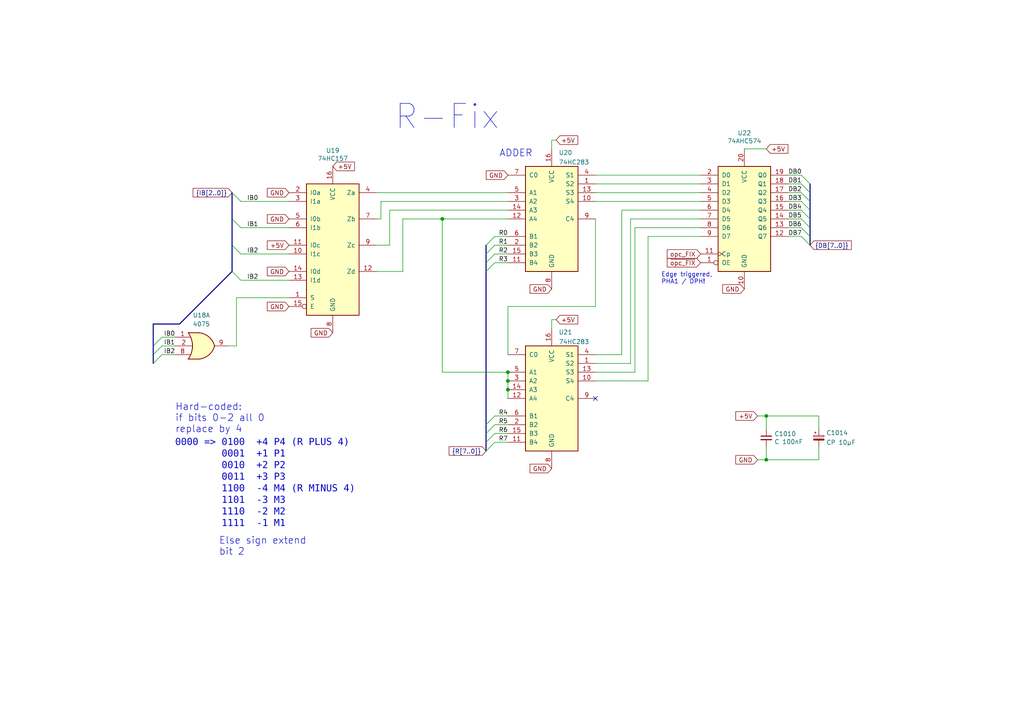
<source format=kicad_sch>
(kicad_sch (version 20231120) (generator "eeschema") (generator_version "8.0")
  (paper "A4")
  (title_block (title "Myth Microcontroller Project") (date "2024-09-25") (rev "1") (company "Picwok.com") (comment 1 "Project Contact: mim@ok-schalter.de (Michael)") (comment 2 "Author: Copyr. 2024 Michael Mangelsdorf/Dosflange@github") (comment 3 "Arithmetic-Logic Module (ALU)") (comment 4 "R Fix"))
  (lib_symbols
    (symbol "4xxx:4075" (pin_names (offset 1.016))
      (property "Reference" "U" (at 0 1.27 0))
      (property "Value" "4075" (at 0 -1.27 0))
      (symbol "4075_1_1"
        (arc (start -3.81 -3.81) (mid -2.589 0) (end -3.81 3.81) (stroke (width 0.254)))
        (arc (start -0.6096 -3.81) (mid 2.1855 -2.584) (end 3.81 0) (stroke (width 0.254)) (fill (type background)))
        (polyline (pts (xy -3.81 -3.81) (xy -0.635 -3.81)) (stroke (width 0.254)) (fill (type background)))
        (polyline (pts (xy -3.81 3.81) (xy -0.635 3.81)) (stroke (width 0.254)) (fill (type background)))
        (polyline (pts (xy -0.635 3.81) (xy -3.81 3.81) (xy -3.81 3.81) (xy -3.556 3.4036) (xy -3.0226 2.2606) (xy -2.6924 1.0414) (xy -2.6162 -0.254) (xy -2.7686 -1.4986) (xy -3.175 -2.7178) (xy -3.81 -3.81) (xy -3.81 -3.81) (xy -0.635 -3.81)) (stroke (width -25.4)) (fill (type background)))
        (arc (start 3.81 0) (mid 2.1928 2.5925) (end -0.6096 3.81) (stroke (width 0.254)) (fill (type background)))
        (pin input line (at -7.62 2.54 0) (length 4.318) (name "~") (number "1"))
        (pin input line (at -7.62 0 0) (length 4.953) (name "~") (number "2"))
        (pin input line (at -7.62 -2.54 0) (length 4.318) (name "~") (number "8"))
        (pin output line (at 7.62 0 180) (length 3.81) (name "~") (number "9"))
      )
      (symbol "4075_1_2"
        (arc (start 0 -3.81) (mid 3.7934 0) (end 0 3.81) (stroke (width 0.254)) (fill (type background)))
        (polyline (pts (xy 0 3.81) (xy -3.81 3.81) (xy -3.81 -3.81) (xy 0 -3.81)) (stroke (width 0.254)) (fill (type background)))
        (pin input inverted (at -7.62 2.54 0) (length 3.81) (name "~") (number "1"))
        (pin input inverted (at -7.62 0 0) (length 3.81) (name "~") (number "2"))
        (pin input inverted (at -7.62 -2.54 0) (length 3.81) (name "~") (number "8"))
        (pin output inverted (at 7.62 0 180) (length 3.81) (name "~") (number "9"))
      )
      (symbol "4075_2_1"
        (arc (start -3.81 -3.81) (mid -2.589 0) (end -3.81 3.81) (stroke (width 0.254)))
        (arc (start -0.6096 -3.81) (mid 2.1855 -2.584) (end 3.81 0) (stroke (width 0.254)) (fill (type background)))
        (polyline (pts (xy -3.81 -3.81) (xy -0.635 -3.81)) (stroke (width 0.254)) (fill (type background)))
        (polyline (pts (xy -3.81 3.81) (xy -0.635 3.81)) (stroke (width 0.254)) (fill (type background)))
        (polyline (pts (xy -0.635 3.81) (xy -3.81 3.81) (xy -3.81 3.81) (xy -3.556 3.4036) (xy -3.0226 2.2606) (xy -2.6924 1.0414) (xy -2.6162 -0.254) (xy -2.7686 -1.4986) (xy -3.175 -2.7178) (xy -3.81 -3.81) (xy -3.81 -3.81) (xy -0.635 -3.81)) (stroke (width -25.4)) (fill (type background)))
        (arc (start 3.81 0) (mid 2.1928 2.5925) (end -0.6096 3.81) (stroke (width 0.254)) (fill (type background)))
        (pin input line (at -7.62 2.54 0) (length 4.318) (name "~") (number "3"))
        (pin input line (at -7.62 0 0) (length 4.953) (name "~") (number "4"))
        (pin input line (at -7.62 -2.54 0) (length 4.318) (name "~") (number "5"))
        (pin output line (at 7.62 0 180) (length 3.81) (name "~") (number "6"))
      )
      (symbol "4075_2_2"
        (arc (start 0 -3.81) (mid 3.7934 0) (end 0 3.81) (stroke (width 0.254)) (fill (type background)))
        (polyline (pts (xy 0 3.81) (xy -3.81 3.81) (xy -3.81 -3.81) (xy 0 -3.81)) (stroke (width 0.254)) (fill (type background)))
        (pin input inverted (at -7.62 2.54 0) (length 3.81) (name "~") (number "3"))
        (pin input inverted (at -7.62 0 0) (length 3.81) (name "~") (number "4"))
        (pin input inverted (at -7.62 -2.54 0) (length 3.81) (name "~") (number "5"))
        (pin output inverted (at 7.62 0 180) (length 3.81) (name "~") (number "6"))
      )
      (symbol "4075_3_1"
        (arc (start -3.81 -3.81) (mid -2.589 0) (end -3.81 3.81) (stroke (width 0.254)))
        (arc (start -0.6096 -3.81) (mid 2.1855 -2.584) (end 3.81 0) (stroke (width 0.254)) (fill (type background)))
        (polyline (pts (xy -3.81 -3.81) (xy -0.635 -3.81)) (stroke (width 0.254)) (fill (type background)))
        (polyline (pts (xy -3.81 3.81) (xy -0.635 3.81)) (stroke (width 0.254)) (fill (type background)))
        (polyline (pts (xy -0.635 3.81) (xy -3.81 3.81) (xy -3.81 3.81) (xy -3.556 3.4036) (xy -3.0226 2.2606) (xy -2.6924 1.0414) (xy -2.6162 -0.254) (xy -2.7686 -1.4986) (xy -3.175 -2.7178) (xy -3.81 -3.81) (xy -3.81 -3.81) (xy -0.635 -3.81)) (stroke (width -25.4)) (fill (type background)))
        (arc (start 3.81 0) (mid 2.1928 2.5925) (end -0.6096 3.81) (stroke (width 0.254)) (fill (type background)))
        (pin output line (at 7.62 0 180) (length 3.81) (name "~") (number "10"))
        (pin input line (at -7.62 2.54 0) (length 4.318) (name "~") (number "11"))
        (pin input line (at -7.62 0 0) (length 4.953) (name "~") (number "12"))
        (pin input line (at -7.62 -2.54 0) (length 4.318) (name "~") (number "13"))
      )
      (symbol "4075_3_2"
        (arc (start 0 -3.81) (mid 3.7934 0) (end 0 3.81) (stroke (width 0.254)) (fill (type background)))
        (polyline (pts (xy 0 3.81) (xy -3.81 3.81) (xy -3.81 -3.81) (xy 0 -3.81)) (stroke (width 0.254)) (fill (type background)))
        (pin output inverted (at 7.62 0 180) (length 3.81) (name "~") (number "10"))
        (pin input inverted (at -7.62 2.54 0) (length 3.81) (name "~") (number "11"))
        (pin input inverted (at -7.62 0 0) (length 3.81) (name "~") (number "12"))
        (pin input inverted (at -7.62 -2.54 0) (length 3.81) (name "~") (number "13"))
      )
      (symbol "4075_4_0"
        (pin power_in line (at 0 12.7 270) (length 5.08) (name "VDD") (number "14"))
        (pin power_in line (at 0 -12.7 90) (length 5.08) (name "VSS") (number "7"))
      )
      (symbol "4075_4_1"
        (rectangle (start -5.08 7.62) (end 5.08 -7.62) (stroke (width 0.254)) (fill (type background)))
      )
    )
    (symbol "74xx:74LS157" (pin_names (offset 1.016))
      (property "Reference" "U" (at -7.62 19.05 0))
      (property "Value" "74LS157" (at -7.62 -21.59 0))
      (symbol "74LS157_1_0"
        (pin input line (at -12.7 -15.24 0) (length 5.08) (name "S") (number "1"))
        (pin input line (at -12.7 -2.54 0) (length 5.08) (name "I1c") (number "10"))
        (pin input line (at -12.7 0 0) (length 5.08) (name "I0c") (number "11"))
        (pin output line (at 12.7 -7.62 180) (length 5.08) (name "Zd") (number "12"))
        (pin input line (at -12.7 -10.16 0) (length 5.08) (name "I1d") (number "13"))
        (pin input line (at -12.7 -7.62 0) (length 5.08) (name "I0d") (number "14"))
        (pin input inverted (at -12.7 -17.78 0) (length 5.08) (name "E") (number "15"))
        (pin power_in line (at 0 22.86 270) (length 5.08) (name "VCC") (number "16"))
        (pin input line (at -12.7 15.24 0) (length 5.08) (name "I0a") (number "2"))
        (pin input line (at -12.7 12.7 0) (length 5.08) (name "I1a") (number "3"))
        (pin output line (at 12.7 15.24 180) (length 5.08) (name "Za") (number "4"))
        (pin input line (at -12.7 7.62 0) (length 5.08) (name "I0b") (number "5"))
        (pin input line (at -12.7 5.08 0) (length 5.08) (name "I1b") (number "6"))
        (pin output line (at 12.7 7.62 180) (length 5.08) (name "Zb") (number "7"))
        (pin power_in line (at 0 -25.4 90) (length 5.08) (name "GND") (number "8"))
        (pin output line (at 12.7 0 180) (length 5.08) (name "Zc") (number "9"))
      )
      (symbol "74LS157_1_1"
        (rectangle (start -7.62 17.78) (end 7.62 -20.32) (stroke (width 0.254)) (fill (type background)))
      )
    )
    (symbol "74xx:74LS283" (pin_names (offset 1.016))
      (property "Reference" "U" (at -7.62 16.51 0))
      (property "Value" "74LS283" (at -7.62 -16.51 0))
      (symbol "74LS283_1_0"
        (pin output line (at 12.7 10.16 180) (length 5.08) (name "S2") (number "1"))
        (pin output line (at 12.7 5.08 180) (length 5.08) (name "S4") (number "10"))
        (pin input line (at -12.7 -12.7 0) (length 5.08) (name "B4") (number "11"))
        (pin input line (at -12.7 0 0) (length 5.08) (name "A4") (number "12"))
        (pin output line (at 12.7 7.62 180) (length 5.08) (name "S3") (number "13"))
        (pin input line (at -12.7 2.54 0) (length 5.08) (name "A3") (number "14"))
        (pin input line (at -12.7 -10.16 0) (length 5.08) (name "B3") (number "15"))
        (pin power_in line (at 0 20.32 270) (length 5.08) (name "VCC") (number "16"))
        (pin input line (at -12.7 -7.62 0) (length 5.08) (name "B2") (number "2"))
        (pin input line (at -12.7 5.08 0) (length 5.08) (name "A2") (number "3"))
        (pin output line (at 12.7 12.7 180) (length 5.08) (name "S1") (number "4"))
        (pin input line (at -12.7 7.62 0) (length 5.08) (name "A1") (number "5"))
        (pin input line (at -12.7 -5.08 0) (length 5.08) (name "B1") (number "6"))
        (pin input line (at -12.7 12.7 0) (length 5.08) (name "C0") (number "7"))
        (pin power_in line (at 0 -20.32 90) (length 5.08) (name "GND") (number "8"))
        (pin output line (at 12.7 0 180) (length 5.08) (name "C4") (number "9"))
      )
      (symbol "74LS283_1_1"
        (rectangle (start -7.62 15.24) (end 7.62 -15.24) (stroke (width 0.254)) (fill (type background)))
      )
    )
    (symbol "74xx:74LS574" (pin_names (offset 1.016))
      (property "Reference" "U" (at -7.62 16.51 0))
      (property "Value" "74LS574" (at -7.62 -16.51 0))
      (symbol "74LS574_1_0"
        (pin input inverted (at -12.7 -12.7 0) (length 5.08) (name "OE") (number "1"))
        (pin power_in line (at 0 -20.32 90) (length 5.08) (name "GND") (number "10"))
        (pin input clock (at -12.7 -10.16 0) (length 5.08) (name "Cp") (number "11"))
        (pin tri_state line (at 12.7 -5.08 180) (length 5.08) (name "Q7") (number "12"))
        (pin tri_state line (at 12.7 -2.54 180) (length 5.08) (name "Q6") (number "13"))
        (pin tri_state line (at 12.7 0 180) (length 5.08) (name "Q5") (number "14"))
        (pin tri_state line (at 12.7 2.54 180) (length 5.08) (name "Q4") (number "15"))
        (pin tri_state line (at 12.7 5.08 180) (length 5.08) (name "Q3") (number "16"))
        (pin tri_state line (at 12.7 7.62 180) (length 5.08) (name "Q2") (number "17"))
        (pin tri_state line (at 12.7 10.16 180) (length 5.08) (name "Q1") (number "18"))
        (pin tri_state line (at 12.7 12.7 180) (length 5.08) (name "Q0") (number "19"))
        (pin input line (at -12.7 12.7 0) (length 5.08) (name "D0") (number "2"))
        (pin power_in line (at 0 20.32 270) (length 5.08) (name "VCC") (number "20"))
        (pin input line (at -12.7 10.16 0) (length 5.08) (name "D1") (number "3"))
        (pin input line (at -12.7 7.62 0) (length 5.08) (name "D2") (number "4"))
        (pin input line (at -12.7 5.08 0) (length 5.08) (name "D3") (number "5"))
        (pin input line (at -12.7 2.54 0) (length 5.08) (name "D4") (number "6"))
        (pin input line (at -12.7 0 0) (length 5.08) (name "D5") (number "7"))
        (pin input line (at -12.7 -2.54 0) (length 5.08) (name "D6") (number "8"))
        (pin input line (at -12.7 -5.08 0) (length 5.08) (name "D7") (number "9"))
      )
      (symbol "74LS574_1_1"
        (rectangle (start -7.62 15.24) (end 7.62 -15.24) (stroke (width 0.254)) (fill (type background)))
      )
    )
    (symbol "Device:C_Polarized_Small" (pin_numbers hide) (pin_names (offset 0.254) hide)
      (property "Reference" "C" (at 0.254 1.778 0))
      (property "Value" "C_Polarized_Small" (at 0.254 -2.032 0))
      (symbol "C_Polarized_Small_0_1"
        (rectangle (start -1.524 -0.3048) (end 1.524 -0.6858) (fill (type outline)))
        (rectangle (start -1.524 0.6858) (end 1.524 0.3048))
        (polyline (pts (xy -1.27 1.524) (xy -0.762 1.524)))
        (polyline (pts (xy -1.016 1.27) (xy -1.016 1.778)))
      )
      (symbol "C_Polarized_Small_1_1"
        (pin passive line (at 0 2.54 270) (length 1.8542) (name "~") (number "1"))
        (pin passive line (at 0 -2.54 90) (length 1.8542) (name "~") (number "2"))
      )
    )
    (symbol "Device:C_Small" (pin_numbers hide) (pin_names (offset 0.254) hide)
      (property "Reference" "C" (at 0.254 1.778 0))
      (property "Value" "C_Small" (at 0.254 -2.032 0))
      (symbol "C_Small_0_1"
        (polyline (pts (xy -1.524 -0.508) (xy 1.524 -0.508)) (stroke (width 0.3302)))
        (polyline (pts (xy -1.524 0.508) (xy 1.524 0.508)) (stroke (width 0.3048)))
      )
      (symbol "C_Small_1_1"
        (pin passive line (at 0 2.54 270) (length 2.032) (name "~") (number "1"))
        (pin passive line (at 0 -2.54 90) (length 2.032) (name "~") (number "2"))
      )
    )
  )
  (junction (at 147.32 113.03))
  (junction (at 222.25 133.35))
  (junction (at 128.27 63.5))
  (junction (at 147.32 107.95))
  (junction (at 147.32 110.49))
  (junction (at 222.25 120.65))
  (no_connect (at 172.72 115.57))
  (bus_entry (at 140.97 73.66) (size 2.54 -2.54))
  (bus_entry (at 234.95 58.42) (size -2.54 -2.54))
  (bus_entry (at 234.95 53.34) (size -2.54 -2.54))
  (bus_entry (at 67.31 55.88) (size 2.54 2.54))
  (bus_entry (at 140.97 123.19) (size 2.54 -2.54))
  (bus_entry (at 140.97 125.73) (size 2.54 -2.54))
  (bus_entry (at 234.95 66.04) (size -2.54 -2.54))
  (bus_entry (at 234.95 55.88) (size -2.54 -2.54))
  (bus_entry (at 234.95 63.5) (size -2.54 -2.54))
  (bus_entry (at 140.97 128.27) (size 2.54 -2.54))
  (bus_entry (at 140.97 76.2) (size 2.54 -2.54))
  (bus_entry (at 44.45 105.41) (size 2.54 -2.54))
  (bus_entry (at 234.95 71.12) (size -2.54 -2.54))
  (bus_entry (at 67.31 63.5) (size 2.54 2.54))
  (bus_entry (at 67.31 71.12) (size 2.54 2.54))
  (bus_entry (at 44.45 102.87) (size 2.54 -2.54))
  (bus_entry (at 140.97 130.81) (size 2.54 -2.54))
  (bus_entry (at 44.45 100.33) (size 2.54 -2.54))
  (bus_entry (at 234.95 60.96) (size -2.54 -2.54))
  (bus_entry (at 140.97 71.12) (size 2.54 -2.54))
  (bus_entry (at 67.31 78.74) (size 2.54 2.54))
  (bus_entry (at 234.95 68.58) (size -2.54 -2.54))
  (bus_entry (at 140.97 78.74) (size 2.54 -2.54))
  (wire (pts (xy 237.49 124.46) (xy 237.49 120.65)))
  (wire (pts (xy 232.41 50.8) (xy 228.6 50.8)))
  (wire (pts (xy 203.2 66.04) (xy 184.15 66.04)))
  (wire (pts (xy 147.32 88.9) (xy 147.32 102.87)))
  (wire (pts (xy 147.32 113.03) (xy 147.32 115.57)))
  (wire (pts (xy 187.96 68.58) (xy 203.2 68.58)))
  (wire (pts (xy 46.99 102.87) (xy 50.8 102.87)))
  (wire (pts (xy 69.85 73.66) (xy 83.82 73.66)))
  (wire (pts (xy 160.02 40.64) (xy 161.29 40.64)))
  (bus (pts (xy 67.31 71.12) (xy 67.31 78.74)))
  (wire (pts (xy 69.85 66.04) (xy 83.82 66.04)))
  (bus (pts (xy 234.95 53.34) (xy 234.95 55.88)))
  (wire (pts (xy 237.49 129.54) (xy 237.49 133.35)))
  (wire (pts (xy 172.72 88.9) (xy 147.32 88.9)))
  (bus (pts (xy 140.97 78.74) (xy 140.97 123.19)))
  (wire (pts (xy 232.41 60.96) (xy 228.6 60.96)))
  (bus (pts (xy 234.95 58.42) (xy 234.95 60.96)))
  (wire (pts (xy 143.51 120.65) (xy 147.32 120.65)))
  (wire (pts (xy 109.22 78.74) (xy 116.84 78.74)))
  (wire (pts (xy 222.25 129.54) (xy 222.25 133.35)))
  (wire (pts (xy 110.49 63.5) (xy 110.49 58.42)))
  (wire (pts (xy 69.85 81.28) (xy 83.82 81.28)))
  (bus (pts (xy 67.31 63.5) (xy 67.31 71.12)))
  (wire (pts (xy 203.2 63.5) (xy 182.88 63.5)))
  (wire (pts (xy 143.51 68.58) (xy 147.32 68.58)))
  (wire (pts (xy 232.41 63.5) (xy 228.6 63.5)))
  (wire (pts (xy 232.41 53.34) (xy 228.6 53.34)))
  (wire (pts (xy 147.32 107.95) (xy 147.32 110.49)))
  (wire (pts (xy 116.84 78.74) (xy 116.84 63.5)))
  (bus (pts (xy 44.45 100.33) (xy 44.45 93.98)))
  (wire (pts (xy 172.72 110.49) (xy 187.96 110.49)))
  (wire (pts (xy 172.72 50.8) (xy 203.2 50.8)))
  (wire (pts (xy 113.03 60.96) (xy 147.32 60.96)))
  (wire (pts (xy 69.85 58.42) (xy 83.82 58.42)))
  (wire (pts (xy 128.27 107.95) (xy 147.32 107.95)))
  (wire (pts (xy 180.34 102.87) (xy 172.72 102.87)))
  (wire (pts (xy 66.04 100.33) (xy 68.58 100.33)))
  (wire (pts (xy 68.58 100.33) (xy 68.58 86.36)))
  (wire (pts (xy 116.84 63.5) (xy 128.27 63.5)))
  (wire (pts (xy 232.41 68.58) (xy 228.6 68.58)))
  (wire (pts (xy 68.58 86.36) (xy 83.82 86.36)))
  (bus (pts (xy 140.97 76.2) (xy 140.97 78.74)))
  (wire (pts (xy 219.71 133.35) (xy 222.25 133.35)))
  (wire (pts (xy 182.88 63.5) (xy 182.88 105.41)))
  (bus (pts (xy 234.95 66.04) (xy 234.95 68.58)))
  (wire (pts (xy 128.27 63.5) (xy 128.27 107.95)))
  (wire (pts (xy 184.15 66.04) (xy 184.15 107.95)))
  (wire (pts (xy 203.2 60.96) (xy 180.34 60.96)))
  (wire (pts (xy 184.15 107.95) (xy 172.72 107.95)))
  (wire (pts (xy 232.41 66.04) (xy 228.6 66.04)))
  (wire (pts (xy 172.72 55.88) (xy 203.2 55.88)))
  (bus (pts (xy 140.97 125.73) (xy 140.97 128.27)))
  (wire (pts (xy 232.41 55.88) (xy 228.6 55.88)))
  (wire (pts (xy 222.25 133.35) (xy 237.49 133.35)))
  (bus (pts (xy 234.95 55.88) (xy 234.95 58.42)))
  (wire (pts (xy 187.96 68.58) (xy 187.96 110.49)))
  (bus (pts (xy 140.97 73.66) (xy 140.97 76.2)))
  (wire (pts (xy 172.72 53.34) (xy 203.2 53.34)))
  (wire (pts (xy 143.51 123.19) (xy 147.32 123.19)))
  (wire (pts (xy 232.41 58.42) (xy 228.6 58.42)))
  (wire (pts (xy 160.02 40.64) (xy 160.02 43.18)))
  (wire (pts (xy 113.03 71.12) (xy 113.03 60.96)))
  (wire (pts (xy 46.99 100.33) (xy 50.8 100.33)))
  (bus (pts (xy 52.07 93.98) (xy 67.31 78.74)))
  (wire (pts (xy 109.22 55.88) (xy 147.32 55.88)))
  (bus (pts (xy 140.97 128.27) (xy 140.97 130.81)))
  (bus (pts (xy 234.95 68.58) (xy 234.95 71.12)))
  (wire (pts (xy 172.72 63.5) (xy 172.72 88.9)))
  (wire (pts (xy 143.51 128.27) (xy 147.32 128.27)))
  (wire (pts (xy 143.51 76.2) (xy 147.32 76.2)))
  (wire (pts (xy 182.88 105.41) (xy 172.72 105.41)))
  (wire (pts (xy 172.72 58.42) (xy 203.2 58.42)))
  (bus (pts (xy 140.97 71.12) (xy 140.97 73.66)))
  (bus (pts (xy 234.95 63.5) (xy 234.95 66.04)))
  (wire (pts (xy 147.32 110.49) (xy 147.32 113.03)))
  (bus (pts (xy 44.45 93.98) (xy 52.07 93.98)))
  (bus (pts (xy 67.31 55.88) (xy 67.31 63.5)))
  (wire (pts (xy 222.25 43.18) (xy 215.9 43.18)))
  (wire (pts (xy 143.51 125.73) (xy 147.32 125.73)))
  (wire (pts (xy 143.51 71.12) (xy 147.32 71.12)))
  (bus (pts (xy 44.45 102.87) (xy 44.45 105.41)))
  (bus (pts (xy 234.95 60.96) (xy 234.95 63.5)))
  (wire (pts (xy 222.25 120.65) (xy 237.49 120.65)))
  (wire (pts (xy 160.02 92.71) (xy 161.29 92.71)))
  (wire (pts (xy 128.27 63.5) (xy 147.32 63.5)))
  (bus (pts (xy 44.45 100.33) (xy 44.45 102.87)))
  (wire (pts (xy 219.71 120.65) (xy 222.25 120.65)))
  (wire (pts (xy 109.22 71.12) (xy 113.03 71.12)))
  (wire (pts (xy 46.99 97.79) (xy 50.8 97.79)))
  (wire (pts (xy 110.49 58.42) (xy 147.32 58.42)))
  (wire (pts (xy 160.02 92.71) (xy 160.02 95.25)))
  (wire (pts (xy 143.51 73.66) (xy 147.32 73.66)))
  (wire (pts (xy 180.34 60.96) (xy 180.34 102.87)))
  (wire (pts (xy 222.25 124.46) (xy 222.25 120.65)))
  (bus (pts (xy 140.97 123.19) (xy 140.97 125.73)))
  (wire (pts (xy 109.22 63.5) (xy 110.49 63.5)))
  (text "ADDER" (at 144.78 45.72 0) (effects (font (size 2 2)) (justify left bottom)))
  (text "Edge triggered,\nPHA1 / DPH!" (at 191.77 82.55 0) (effects (font (size 1.27 1.27)) (justify left bottom)))
  (text "Else sign extend\nbit 2" (at 63.5 161.29 0) (effects (font (size 2 2)) (justify left bottom)))
  (text "R-Fix" (at 114.3 38.1 0) (effects (font (size 7 7)) (justify left bottom)))
  (text "Hard-coded:\nif bits 0-2 all 0\nreplace by 4" (at 50.8 125.73 0) (effects (font (size 2 2)) (justify left bottom)))
  (text "0000 => 0100  +4 P4 (R PLUS 4)\n        0001  +1 P1\n        0010  +2 P2\n        0011  +3 P3\n        1100  -4 M4 (R MINUS 4)\n        1101  -3 M3\n        1110  -2 M2\n        1111  -1 M1" (at 50.8 153.67 0) (effects (font (size 2 2)) (justify left bottom)))
  (label "IB2" (at 50.8 102.87 180))
  (label "DB2" (at 228.6 55.88 0))
  (label "R0" (at 147.32 68.58 180))
  (label "IB0" (at 74.93 58.42 180))
  (label "R5" (at 147.32 123.19 180))
  (label "R3" (at 147.32 76.2 180))
  (label "R1" (at 147.32 71.12 180))
  (label "IB0" (at 50.8 97.79 180))
  (label "IB2" (at 74.93 73.66 180))
  (label "IB2" (at 74.93 81.28 180))
  (label "IB1" (at 50.8 100.33 180))
  (label "DB3" (at 228.6 58.42 0))
  (label "DB6" (at 228.6 66.04 0))
  (label "DB1" (at 228.6 53.34 0))
  (label "DB4" (at 228.6 60.96 0))
  (label "IB1" (at 74.93 66.04 180))
  (label "DB7" (at 228.6 68.58 0))
  (label "R2" (at 147.32 73.66 180))
  (label "R6" (at 147.32 125.73 180))
  (label "DB0" (at 228.6 50.8 0))
  (label "DB5" (at 228.6 63.5 0))
  (label "R4" (at 147.32 120.65 180))
  (label "R7" (at 147.32 128.27 180))
  (global_label "GND" (shape input) (at 160.02 83.82 180) (property "Intersheetrefs" "${INTERSHEET_REFS}" (effects (hide yes))))
  (global_label "~{opc_FIX}" (shape input) (at 203.2 76.2 180) (property "Intersheetrefs" "${INTERSHEET_REFS}" (effects (hide yes))))
  (global_label "+5V" (shape input) (at 161.29 40.64 0) (property "Intersheetrefs" "${INTERSHEET_REFS}" (effects (hide yes))))
  (global_label "GND" (shape input) (at 160.02 135.89 180) (property "Intersheetrefs" "${INTERSHEET_REFS}" (effects (hide yes))))
  (global_label "GND" (shape input) (at 215.9 83.82 180) (property "Intersheetrefs" "${INTERSHEET_REFS}" (effects (hide yes))))
  (global_label "GND" (shape input) (at 83.82 55.88 180) (property "Intersheetrefs" "${INTERSHEET_REFS}" (effects (hide yes))))
  (global_label "GND" (shape input) (at 219.71 133.35 180) (property "Intersheetrefs" "${INTERSHEET_REFS}" (effects (hide yes))))
  (global_label "GND" (shape input) (at 83.82 63.5 180) (property "Intersheetrefs" "${INTERSHEET_REFS}" (effects (hide yes))))
  (global_label "+5V" (shape input) (at 96.52 48.26 0) (property "Intersheetrefs" "${INTERSHEET_REFS}" (effects (hide yes))))
  (global_label "+5V" (shape input) (at 83.82 71.12 180) (property "Intersheetrefs" "${INTERSHEET_REFS}" (effects (hide yes))))
  (global_label "opc_FIX" (shape input) (at 203.2 73.66 180) (property "Intersheetrefs" "${INTERSHEET_REFS}" (effects (hide yes))))
  (global_label "+5V" (shape input) (at 222.25 43.18 0) (property "Intersheetrefs" "${INTERSHEET_REFS}" (effects (hide yes))))
  (global_label "GND" (shape input) (at 83.82 78.74 180) (property "Intersheetrefs" "${INTERSHEET_REFS}" (effects (hide yes))))
  (global_label "GND" (shape input) (at 96.52 96.52 180) (property "Intersheetrefs" "${INTERSHEET_REFS}" (effects (hide yes))))
  (global_label "+5V" (shape input) (at 219.71 120.65 180) (property "Intersheetrefs" "${INTERSHEET_REFS}" (effects (hide yes))))
  (global_label "{DB[7..0]}" (shape input) (at 234.95 71.12 0) (property "Intersheetrefs" "${INTERSHEET_REFS}" (effects (hide yes))))
  (global_label "{R[7..0]}" (shape input) (at 140.97 130.81 180) (property "Intersheetrefs" "${INTERSHEET_REFS}" (effects (hide yes))))
  (global_label "GND" (shape input) (at 147.32 50.8 180) (property "Intersheetrefs" "${INTERSHEET_REFS}" (effects (hide yes))))
  (global_label "+5V" (shape input) (at 161.29 92.71 0) (property "Intersheetrefs" "${INTERSHEET_REFS}" (effects (hide yes))))
  (global_label "GND" (shape input) (at 83.82 88.9 180) (property "Intersheetrefs" "${INTERSHEET_REFS}" (effects (hide yes))))
  (global_label "{IB[2..0]}" (shape input) (at 67.31 55.88 180) (property "Intersheetrefs" "${INTERSHEET_REFS}" (effects (hide yes))))
  (symbol (lib_id "4xxx:4075") (at 58.42 100.33 0) (unit 1)
    (property "Reference" "U18" (at 58.42 91.44 0))
    (property "Value" "4075" (at 58.42 93.98 0))
    (property "Footprint" "Package_DIP:DIP-14_W7.62mm_Socket_LongPads" (effects (hide yes)))
    (property "Datasheet" "http://www.intersil.com/content/dam/Intersil/documents/cd40/cd4071bms-72bms-75bms.pdf" (effects (hide yes)))
    (property "Description" "Triple Or 3 inputs" (effects (hide yes)))
  )
  (symbol (lib_id "74xx:74LS574") (at 215.9 63.5 0) (unit 1)
    (property "Reference" "U22" (at 215.9 38.5826 0))
    (property "Value" "74AHC574" (at 215.9 40.894 0))
    (property "Footprint" "Package_DIP:DIP-20_W7.62mm_Socket_LongPads" (effects (hide yes)))
    (property "Datasheet" "http://www.ti.com/lit/gpn/sn74LS574" (effects (hide yes)))
  )
  (symbol (lib_id "74xx:74LS283") (at 160.02 115.57 0) (unit 1)
    (property "Reference" "U21" (at 162.0394 96.3635 0) (effects (justify left)))
    (property "Value" "74HC283" (at 162.0394 99.1386 0) (effects (justify left)))
    (property "Footprint" "Package_DIP:DIP-16_W7.62mm_Socket_LongPads" (effects (hide yes)))
    (property "Datasheet" "http://www.ti.com/lit/gpn/sn74LS283" (effects (hide yes)))
  )
  (symbol (lib_id "Device:C_Small") (at 222.25 127 0) (unit 1)
    (property "Reference" "C1010" (at 224.5868 125.8316 0) (effects (justify left)))
    (property "Value" "C 100nF" (at 224.5868 128.143 0) (effects (justify left)))
    (property "Footprint" "Capacitor_THT:C_Disc_D5.0mm_W2.5mm_P2.50mm" (effects (hide yes)))
  )
  (symbol (lib_id "74xx:74LS283") (at 160.02 63.5 0) (unit 1)
    (property "Reference" "U20" (at 162.0394 44.2935 0) (effects (justify left)))
    (property "Value" "74HC283" (at 162.0394 47.0686 0) (effects (justify left)))
    (property "Footprint" "Package_DIP:DIP-16_W7.62mm_Socket_LongPads" (effects (hide yes)))
    (property "Datasheet" "http://www.ti.com/lit/gpn/sn74LS283" (effects (hide yes)))
  )
  (symbol (lib_id "Device:C_Polarized_Small") (at 237.49 127 0) (unit 1)
    (property "Reference" "C1014" (at 239.649 125.5454 0) (effects (justify left)))
    (property "Value" "CP 10μF" (at 239.649 128.3205 0) (effects (justify left)))
    (property "Footprint" "Capacitor_THT:CP_Radial_D6.3mm_P2.50mm" (effects (hide yes)))
  )
  (symbol (lib_id "74xx:74LS157") (at 96.52 71.12 0) (unit 1)
    (property "Reference" "U19" (at 96.52 43.6626 0))
    (property "Value" "74HC157" (at 96.52 45.974 0))
    (property "Footprint" "Package_DIP:DIP-16_W7.62mm_Socket_LongPads" (effects (hide yes)))
    (property "Datasheet" "https://assets.nexperia.com/documents/data-sheet/74AHC_AHCT04.pdf" (effects (hide yes)))
  )
)
</source>
